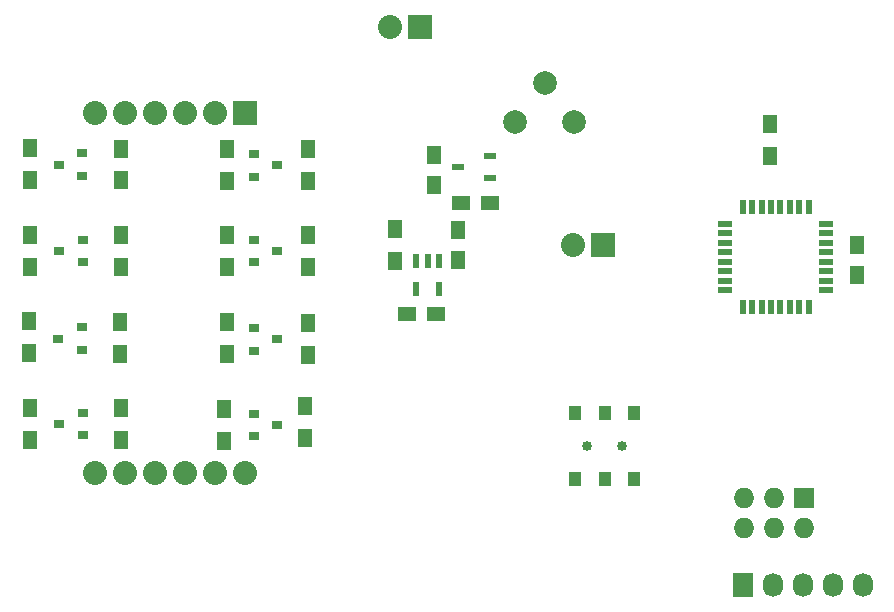
<source format=gts>
G04 #@! TF.FileFunction,Soldermask,Top*
%FSLAX46Y46*%
G04 Gerber Fmt 4.6, Leading zero omitted, Abs format (unit mm)*
G04 Created by KiCad (PCBNEW 0.201508140901+6091~28~ubuntu14.04.1-product) date Tue 27 Oct 2015 09:22:58 PM CET*
%MOMM*%
G01*
G04 APERTURE LIST*
%ADD10C,0.100000*%
%ADD11R,1.250000X1.500000*%
%ADD12R,1.500000X1.250000*%
%ADD13R,1.200000X0.600000*%
%ADD14R,0.600000X1.200000*%
%ADD15R,2.032000X2.032000*%
%ADD16O,2.032000X2.032000*%
%ADD17R,1.727200X1.727200*%
%ADD18O,1.727200X1.727200*%
%ADD19R,0.900000X0.800000*%
%ADD20R,1.300000X1.500000*%
%ADD21R,1.000000X1.150000*%
%ADD22C,0.850000*%
%ADD23C,2.000000*%
%ADD24R,1.000000X0.600000*%
%ADD25R,1.727200X2.032000*%
%ADD26O,1.727200X2.032000*%
%ADD27C,2.032000*%
G04 APERTURE END LIST*
D10*
D11*
X151638000Y-84602000D03*
X151638000Y-87102000D03*
X149606000Y-78252000D03*
X149606000Y-80752000D03*
D12*
X154412000Y-82296000D03*
X151912000Y-82296000D03*
X149840000Y-91694000D03*
X147340000Y-91694000D03*
D11*
X185420000Y-88372000D03*
X185420000Y-85872000D03*
D13*
X174312000Y-84068000D03*
X174312000Y-84868000D03*
X174312000Y-85668000D03*
X174312000Y-86468000D03*
X174312000Y-87268000D03*
X174312000Y-88068000D03*
X174312000Y-88868000D03*
X174312000Y-89668000D03*
D14*
X175762000Y-91118000D03*
X176562000Y-91118000D03*
X177362000Y-91118000D03*
X178162000Y-91118000D03*
X178962000Y-91118000D03*
X179762000Y-91118000D03*
X180562000Y-91118000D03*
X181362000Y-91118000D03*
D13*
X182812000Y-89668000D03*
X182812000Y-88868000D03*
X182812000Y-88068000D03*
X182812000Y-87268000D03*
X182812000Y-86468000D03*
X182812000Y-85668000D03*
X182812000Y-84868000D03*
X182812000Y-84068000D03*
D14*
X181362000Y-82618000D03*
X180562000Y-82618000D03*
X179762000Y-82618000D03*
X178962000Y-82618000D03*
X178162000Y-82618000D03*
X177362000Y-82618000D03*
X176562000Y-82618000D03*
X175762000Y-82618000D03*
D15*
X148488400Y-67360800D03*
D16*
X145948400Y-67360800D03*
D17*
X180975000Y-107315000D03*
D18*
X180975000Y-109855000D03*
X178435000Y-107315000D03*
X178435000Y-109855000D03*
X175895000Y-107315000D03*
X175895000Y-109855000D03*
D19*
X134381240Y-78171000D03*
X134381240Y-80071000D03*
X136380220Y-79121000D03*
X134381240Y-85410000D03*
X134381240Y-87310000D03*
X136380220Y-86360000D03*
X119872760Y-79994800D03*
X119872760Y-78094800D03*
X117873780Y-79044800D03*
X119796560Y-94726800D03*
X119796560Y-92826800D03*
X117797580Y-93776800D03*
X119923560Y-101965800D03*
X119923560Y-100065800D03*
X117924580Y-101015800D03*
X119923560Y-87310000D03*
X119923560Y-85410000D03*
X117924580Y-86360000D03*
X134381240Y-92903000D03*
X134381240Y-94803000D03*
X136380220Y-93853000D03*
X134381240Y-100142000D03*
X134381240Y-102042000D03*
X136380220Y-101092000D03*
D20*
X146304000Y-87202000D03*
X146304000Y-84502000D03*
X132080000Y-77771000D03*
X132080000Y-80471000D03*
X138938000Y-77771000D03*
X138938000Y-80471000D03*
X132080000Y-85010000D03*
X132080000Y-87710000D03*
X138938000Y-85010000D03*
X138938000Y-87710000D03*
X123139200Y-80394800D03*
X123139200Y-77694800D03*
X115417600Y-80344000D03*
X115417600Y-77644000D03*
X123012200Y-95076000D03*
X123012200Y-92376000D03*
X115341400Y-95025200D03*
X115341400Y-92325200D03*
X123139200Y-102365800D03*
X123139200Y-99665800D03*
X115417600Y-102365800D03*
X115417600Y-99665800D03*
X123139200Y-87710000D03*
X123139200Y-85010000D03*
X115417600Y-87710000D03*
X115417600Y-85010000D03*
X132080000Y-92376000D03*
X132080000Y-95076000D03*
X138938000Y-92503000D03*
X138938000Y-95203000D03*
X131826000Y-99742000D03*
X131826000Y-102442000D03*
X138684000Y-99488000D03*
X138684000Y-102188000D03*
X178054000Y-75612000D03*
X178054000Y-78312000D03*
D21*
X164084000Y-100045000D03*
X164084000Y-105695000D03*
X161584000Y-100045000D03*
X166584000Y-100045000D03*
X161584000Y-105695000D03*
X166584000Y-105695000D03*
D22*
X162584000Y-102870000D03*
X165584000Y-102870000D03*
D15*
X163957000Y-85852000D03*
D16*
X161417000Y-85852000D03*
D23*
X159004000Y-72137000D03*
X156504000Y-75437000D03*
X161504000Y-75437000D03*
D24*
X154385000Y-80198000D03*
X154385000Y-78298000D03*
X151685000Y-79248000D03*
D14*
X150048000Y-87242000D03*
X149098000Y-87242000D03*
X148148000Y-87242000D03*
X148148000Y-89542000D03*
X150048000Y-89542000D03*
D25*
X175768000Y-114681000D03*
D26*
X178308000Y-114681000D03*
X180848000Y-114681000D03*
X183388000Y-114681000D03*
X185928000Y-114681000D03*
D27*
X120904000Y-74676000D03*
X123444000Y-74676000D03*
X125984000Y-74676000D03*
X128524000Y-74676000D03*
X131064000Y-74676000D03*
D15*
X133604000Y-74676000D03*
D27*
X133604000Y-105156000D03*
X131064000Y-105156000D03*
X128524000Y-105156000D03*
X125984000Y-105156000D03*
X123444000Y-105156000D03*
X120904000Y-105156000D03*
M02*

</source>
